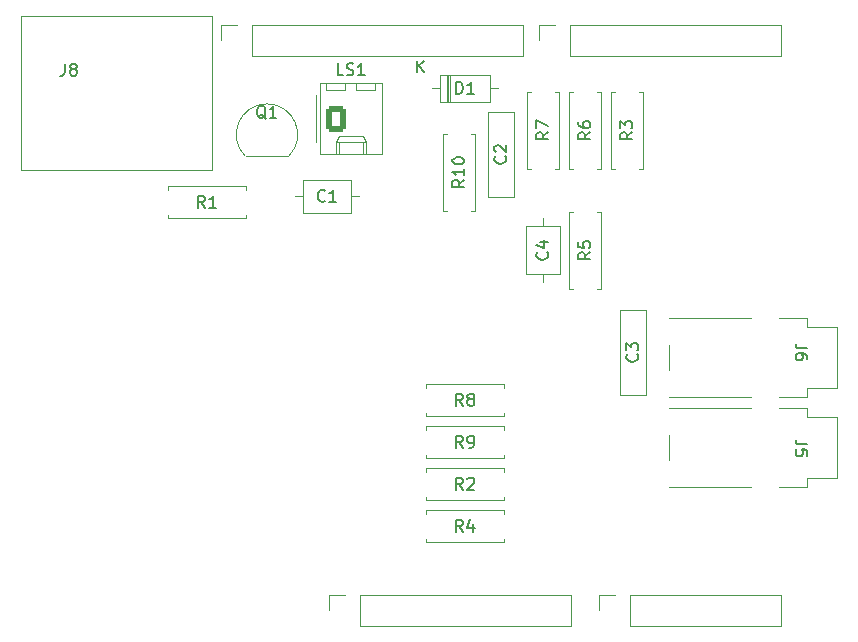
<source format=gto>
%TF.GenerationSoftware,KiCad,Pcbnew,(6.0.6)*%
%TF.CreationDate,2022-07-11T15:05:09+02:00*%
%TF.ProjectId,ZXSpectrumFPGAShield,5a585370-6563-4747-9275-6d4650474153,rev?*%
%TF.SameCoordinates,Original*%
%TF.FileFunction,Legend,Top*%
%TF.FilePolarity,Positive*%
%FSLAX46Y46*%
G04 Gerber Fmt 4.6, Leading zero omitted, Abs format (unit mm)*
G04 Created by KiCad (PCBNEW (6.0.6)) date 2022-07-11 15:05:09*
%MOMM*%
%LPD*%
G01*
G04 APERTURE LIST*
G04 Aperture macros list*
%AMRoundRect*
0 Rectangle with rounded corners*
0 $1 Rounding radius*
0 $2 $3 $4 $5 $6 $7 $8 $9 X,Y pos of 4 corners*
0 Add a 4 corners polygon primitive as box body*
4,1,4,$2,$3,$4,$5,$6,$7,$8,$9,$2,$3,0*
0 Add four circle primitives for the rounded corners*
1,1,$1+$1,$2,$3*
1,1,$1+$1,$4,$5*
1,1,$1+$1,$6,$7*
1,1,$1+$1,$8,$9*
0 Add four rect primitives between the rounded corners*
20,1,$1+$1,$2,$3,$4,$5,0*
20,1,$1+$1,$4,$5,$6,$7,0*
20,1,$1+$1,$6,$7,$8,$9,0*
20,1,$1+$1,$8,$9,$2,$3,0*%
G04 Aperture macros list end*
%ADD10C,0.150000*%
%ADD11C,0.120000*%
%ADD12C,1.600000*%
%ADD13O,1.600000X1.600000*%
%ADD14R,1.700000X1.700000*%
%ADD15O,1.700000X1.700000*%
%ADD16RoundRect,0.250000X-0.620000X-0.845000X0.620000X-0.845000X0.620000X0.845000X-0.620000X0.845000X0*%
%ADD17O,1.740000X2.190000*%
%ADD18R,1.600000X1.600000*%
%ADD19O,2.000000X3.500000*%
%ADD20O,4.000000X2.000000*%
%ADD21C,1.100000*%
%ADD22O,2.300000X1.800000*%
%ADD23O,2.300000X2.000000*%
%ADD24R,1.050000X1.500000*%
%ADD25O,1.050000X1.500000*%
%ADD26C,3.200000*%
G04 APERTURE END LIST*
D10*
%TO.C,R10*%
X138044380Y-61018857D02*
X137568190Y-61352190D01*
X138044380Y-61590285D02*
X137044380Y-61590285D01*
X137044380Y-61209333D01*
X137092000Y-61114095D01*
X137139619Y-61066476D01*
X137234857Y-61018857D01*
X137377714Y-61018857D01*
X137472952Y-61066476D01*
X137520571Y-61114095D01*
X137568190Y-61209333D01*
X137568190Y-61590285D01*
X138044380Y-60066476D02*
X138044380Y-60637904D01*
X138044380Y-60352190D02*
X137044380Y-60352190D01*
X137187238Y-60447428D01*
X137282476Y-60542666D01*
X137330095Y-60637904D01*
X137044380Y-59447428D02*
X137044380Y-59352190D01*
X137092000Y-59256952D01*
X137139619Y-59209333D01*
X137234857Y-59161714D01*
X137425333Y-59114095D01*
X137663428Y-59114095D01*
X137853904Y-59161714D01*
X137949142Y-59209333D01*
X137996761Y-59256952D01*
X138044380Y-59352190D01*
X138044380Y-59447428D01*
X137996761Y-59542666D01*
X137949142Y-59590285D01*
X137853904Y-59637904D01*
X137663428Y-59685523D01*
X137425333Y-59685523D01*
X137234857Y-59637904D01*
X137139619Y-59590285D01*
X137092000Y-59542666D01*
X137044380Y-59447428D01*
%TO.C,R9*%
X137933333Y-83688380D02*
X137600000Y-83212190D01*
X137361904Y-83688380D02*
X137361904Y-82688380D01*
X137742857Y-82688380D01*
X137838095Y-82736000D01*
X137885714Y-82783619D01*
X137933333Y-82878857D01*
X137933333Y-83021714D01*
X137885714Y-83116952D01*
X137838095Y-83164571D01*
X137742857Y-83212190D01*
X137361904Y-83212190D01*
X138409523Y-83688380D02*
X138600000Y-83688380D01*
X138695238Y-83640761D01*
X138742857Y-83593142D01*
X138838095Y-83450285D01*
X138885714Y-83259809D01*
X138885714Y-82878857D01*
X138838095Y-82783619D01*
X138790476Y-82736000D01*
X138695238Y-82688380D01*
X138504761Y-82688380D01*
X138409523Y-82736000D01*
X138361904Y-82783619D01*
X138314285Y-82878857D01*
X138314285Y-83116952D01*
X138361904Y-83212190D01*
X138409523Y-83259809D01*
X138504761Y-83307428D01*
X138695238Y-83307428D01*
X138790476Y-83259809D01*
X138838095Y-83212190D01*
X138885714Y-83116952D01*
%TO.C,R8*%
X137933333Y-80132380D02*
X137600000Y-79656190D01*
X137361904Y-80132380D02*
X137361904Y-79132380D01*
X137742857Y-79132380D01*
X137838095Y-79180000D01*
X137885714Y-79227619D01*
X137933333Y-79322857D01*
X137933333Y-79465714D01*
X137885714Y-79560952D01*
X137838095Y-79608571D01*
X137742857Y-79656190D01*
X137361904Y-79656190D01*
X138504761Y-79560952D02*
X138409523Y-79513333D01*
X138361904Y-79465714D01*
X138314285Y-79370476D01*
X138314285Y-79322857D01*
X138361904Y-79227619D01*
X138409523Y-79180000D01*
X138504761Y-79132380D01*
X138695238Y-79132380D01*
X138790476Y-79180000D01*
X138838095Y-79227619D01*
X138885714Y-79322857D01*
X138885714Y-79370476D01*
X138838095Y-79465714D01*
X138790476Y-79513333D01*
X138695238Y-79560952D01*
X138504761Y-79560952D01*
X138409523Y-79608571D01*
X138361904Y-79656190D01*
X138314285Y-79751428D01*
X138314285Y-79941904D01*
X138361904Y-80037142D01*
X138409523Y-80084761D01*
X138504761Y-80132380D01*
X138695238Y-80132380D01*
X138790476Y-80084761D01*
X138838095Y-80037142D01*
X138885714Y-79941904D01*
X138885714Y-79751428D01*
X138838095Y-79656190D01*
X138790476Y-79608571D01*
X138695238Y-79560952D01*
%TO.C,R1*%
X116089333Y-63368380D02*
X115756000Y-62892190D01*
X115517904Y-63368380D02*
X115517904Y-62368380D01*
X115898857Y-62368380D01*
X115994095Y-62416000D01*
X116041714Y-62463619D01*
X116089333Y-62558857D01*
X116089333Y-62701714D01*
X116041714Y-62796952D01*
X115994095Y-62844571D01*
X115898857Y-62892190D01*
X115517904Y-62892190D01*
X117041714Y-63368380D02*
X116470285Y-63368380D01*
X116756000Y-63368380D02*
X116756000Y-62368380D01*
X116660761Y-62511238D01*
X116565523Y-62606476D01*
X116470285Y-62654095D01*
%TO.C,LS1*%
X127805142Y-52156380D02*
X127328952Y-52156380D01*
X127328952Y-51156380D01*
X128090857Y-52108761D02*
X128233714Y-52156380D01*
X128471809Y-52156380D01*
X128567047Y-52108761D01*
X128614666Y-52061142D01*
X128662285Y-51965904D01*
X128662285Y-51870666D01*
X128614666Y-51775428D01*
X128567047Y-51727809D01*
X128471809Y-51680190D01*
X128281333Y-51632571D01*
X128186095Y-51584952D01*
X128138476Y-51537333D01*
X128090857Y-51442095D01*
X128090857Y-51346857D01*
X128138476Y-51251619D01*
X128186095Y-51204000D01*
X128281333Y-51156380D01*
X128519428Y-51156380D01*
X128662285Y-51204000D01*
X129614666Y-52156380D02*
X129043238Y-52156380D01*
X129328952Y-52156380D02*
X129328952Y-51156380D01*
X129233714Y-51299238D01*
X129138476Y-51394476D01*
X129043238Y-51442095D01*
%TO.C,R4*%
X137933333Y-90800380D02*
X137600000Y-90324190D01*
X137361904Y-90800380D02*
X137361904Y-89800380D01*
X137742857Y-89800380D01*
X137838095Y-89848000D01*
X137885714Y-89895619D01*
X137933333Y-89990857D01*
X137933333Y-90133714D01*
X137885714Y-90228952D01*
X137838095Y-90276571D01*
X137742857Y-90324190D01*
X137361904Y-90324190D01*
X138790476Y-90133714D02*
X138790476Y-90800380D01*
X138552380Y-89752761D02*
X138314285Y-90467047D01*
X138933333Y-90467047D01*
%TO.C,R6*%
X148712380Y-56986666D02*
X148236190Y-57320000D01*
X148712380Y-57558095D02*
X147712380Y-57558095D01*
X147712380Y-57177142D01*
X147760000Y-57081904D01*
X147807619Y-57034285D01*
X147902857Y-56986666D01*
X148045714Y-56986666D01*
X148140952Y-57034285D01*
X148188571Y-57081904D01*
X148236190Y-57177142D01*
X148236190Y-57558095D01*
X147712380Y-56129523D02*
X147712380Y-56320000D01*
X147760000Y-56415238D01*
X147807619Y-56462857D01*
X147950476Y-56558095D01*
X148140952Y-56605714D01*
X148521904Y-56605714D01*
X148617142Y-56558095D01*
X148664761Y-56510476D01*
X148712380Y-56415238D01*
X148712380Y-56224761D01*
X148664761Y-56129523D01*
X148617142Y-56081904D01*
X148521904Y-56034285D01*
X148283809Y-56034285D01*
X148188571Y-56081904D01*
X148140952Y-56129523D01*
X148093333Y-56224761D01*
X148093333Y-56415238D01*
X148140952Y-56510476D01*
X148188571Y-56558095D01*
X148283809Y-56605714D01*
%TO.C,C1*%
X126249333Y-62765142D02*
X126201714Y-62812761D01*
X126058857Y-62860380D01*
X125963619Y-62860380D01*
X125820761Y-62812761D01*
X125725523Y-62717523D01*
X125677904Y-62622285D01*
X125630285Y-62431809D01*
X125630285Y-62288952D01*
X125677904Y-62098476D01*
X125725523Y-62003238D01*
X125820761Y-61908000D01*
X125963619Y-61860380D01*
X126058857Y-61860380D01*
X126201714Y-61908000D01*
X126249333Y-61955619D01*
X127201714Y-62860380D02*
X126630285Y-62860380D01*
X126916000Y-62860380D02*
X126916000Y-61860380D01*
X126820761Y-62003238D01*
X126725523Y-62098476D01*
X126630285Y-62146095D01*
%TO.C,J8*%
X104238666Y-51192380D02*
X104238666Y-51906666D01*
X104191047Y-52049523D01*
X104095809Y-52144761D01*
X103952952Y-52192380D01*
X103857714Y-52192380D01*
X104857714Y-51620952D02*
X104762476Y-51573333D01*
X104714857Y-51525714D01*
X104667238Y-51430476D01*
X104667238Y-51382857D01*
X104714857Y-51287619D01*
X104762476Y-51240000D01*
X104857714Y-51192380D01*
X105048190Y-51192380D01*
X105143428Y-51240000D01*
X105191047Y-51287619D01*
X105238666Y-51382857D01*
X105238666Y-51430476D01*
X105191047Y-51525714D01*
X105143428Y-51573333D01*
X105048190Y-51620952D01*
X104857714Y-51620952D01*
X104762476Y-51668571D01*
X104714857Y-51716190D01*
X104667238Y-51811428D01*
X104667238Y-52001904D01*
X104714857Y-52097142D01*
X104762476Y-52144761D01*
X104857714Y-52192380D01*
X105048190Y-52192380D01*
X105143428Y-52144761D01*
X105191047Y-52097142D01*
X105238666Y-52001904D01*
X105238666Y-51811428D01*
X105191047Y-51716190D01*
X105143428Y-51668571D01*
X105048190Y-51620952D01*
%TO.C,J6*%
X167095619Y-75282666D02*
X166381333Y-75282666D01*
X166238476Y-75235047D01*
X166143238Y-75139809D01*
X166095619Y-74996952D01*
X166095619Y-74901714D01*
X167095619Y-76187428D02*
X167095619Y-75996952D01*
X167048000Y-75901714D01*
X167000380Y-75854095D01*
X166857523Y-75758857D01*
X166667047Y-75711238D01*
X166286095Y-75711238D01*
X166190857Y-75758857D01*
X166143238Y-75806476D01*
X166095619Y-75901714D01*
X166095619Y-76092190D01*
X166143238Y-76187428D01*
X166190857Y-76235047D01*
X166286095Y-76282666D01*
X166524190Y-76282666D01*
X166619428Y-76235047D01*
X166667047Y-76187428D01*
X166714666Y-76092190D01*
X166714666Y-75901714D01*
X166667047Y-75806476D01*
X166619428Y-75758857D01*
X166524190Y-75711238D01*
%TO.C,R7*%
X145156380Y-56986666D02*
X144680190Y-57320000D01*
X145156380Y-57558095D02*
X144156380Y-57558095D01*
X144156380Y-57177142D01*
X144204000Y-57081904D01*
X144251619Y-57034285D01*
X144346857Y-56986666D01*
X144489714Y-56986666D01*
X144584952Y-57034285D01*
X144632571Y-57081904D01*
X144680190Y-57177142D01*
X144680190Y-57558095D01*
X144156380Y-56653333D02*
X144156380Y-55986666D01*
X145156380Y-56415238D01*
%TO.C,C2*%
X141505142Y-59018666D02*
X141552761Y-59066285D01*
X141600380Y-59209142D01*
X141600380Y-59304380D01*
X141552761Y-59447238D01*
X141457523Y-59542476D01*
X141362285Y-59590095D01*
X141171809Y-59637714D01*
X141028952Y-59637714D01*
X140838476Y-59590095D01*
X140743238Y-59542476D01*
X140648000Y-59447238D01*
X140600380Y-59304380D01*
X140600380Y-59209142D01*
X140648000Y-59066285D01*
X140695619Y-59018666D01*
X140695619Y-58637714D02*
X140648000Y-58590095D01*
X140600380Y-58494857D01*
X140600380Y-58256761D01*
X140648000Y-58161523D01*
X140695619Y-58113904D01*
X140790857Y-58066285D01*
X140886095Y-58066285D01*
X141028952Y-58113904D01*
X141600380Y-58685333D01*
X141600380Y-58066285D01*
%TO.C,D1*%
X137361904Y-53716380D02*
X137361904Y-52716380D01*
X137600000Y-52716380D01*
X137742857Y-52764000D01*
X137838095Y-52859238D01*
X137885714Y-52954476D01*
X137933333Y-53144952D01*
X137933333Y-53287809D01*
X137885714Y-53478285D01*
X137838095Y-53573523D01*
X137742857Y-53668761D01*
X137600000Y-53716380D01*
X137361904Y-53716380D01*
X138885714Y-53716380D02*
X138314285Y-53716380D01*
X138600000Y-53716380D02*
X138600000Y-52716380D01*
X138504761Y-52859238D01*
X138409523Y-52954476D01*
X138314285Y-53002095D01*
X134028095Y-51916380D02*
X134028095Y-50916380D01*
X134599523Y-51916380D02*
X134170952Y-51344952D01*
X134599523Y-50916380D02*
X134028095Y-51487809D01*
%TO.C,Q1*%
X121240761Y-55843619D02*
X121145523Y-55796000D01*
X121050285Y-55700761D01*
X120907428Y-55557904D01*
X120812190Y-55510285D01*
X120716952Y-55510285D01*
X120764571Y-55748380D02*
X120669333Y-55700761D01*
X120574095Y-55605523D01*
X120526476Y-55415047D01*
X120526476Y-55081714D01*
X120574095Y-54891238D01*
X120669333Y-54796000D01*
X120764571Y-54748380D01*
X120955047Y-54748380D01*
X121050285Y-54796000D01*
X121145523Y-54891238D01*
X121193142Y-55081714D01*
X121193142Y-55415047D01*
X121145523Y-55605523D01*
X121050285Y-55700761D01*
X120955047Y-55748380D01*
X120764571Y-55748380D01*
X122145523Y-55748380D02*
X121574095Y-55748380D01*
X121859809Y-55748380D02*
X121859809Y-54748380D01*
X121764571Y-54891238D01*
X121669333Y-54986476D01*
X121574095Y-55034095D01*
%TO.C,R2*%
X137933333Y-87244380D02*
X137600000Y-86768190D01*
X137361904Y-87244380D02*
X137361904Y-86244380D01*
X137742857Y-86244380D01*
X137838095Y-86292000D01*
X137885714Y-86339619D01*
X137933333Y-86434857D01*
X137933333Y-86577714D01*
X137885714Y-86672952D01*
X137838095Y-86720571D01*
X137742857Y-86768190D01*
X137361904Y-86768190D01*
X138314285Y-86339619D02*
X138361904Y-86292000D01*
X138457142Y-86244380D01*
X138695238Y-86244380D01*
X138790476Y-86292000D01*
X138838095Y-86339619D01*
X138885714Y-86434857D01*
X138885714Y-86530095D01*
X138838095Y-86672952D01*
X138266666Y-87244380D01*
X138885714Y-87244380D01*
%TO.C,R5*%
X148712380Y-67146666D02*
X148236190Y-67480000D01*
X148712380Y-67718095D02*
X147712380Y-67718095D01*
X147712380Y-67337142D01*
X147760000Y-67241904D01*
X147807619Y-67194285D01*
X147902857Y-67146666D01*
X148045714Y-67146666D01*
X148140952Y-67194285D01*
X148188571Y-67241904D01*
X148236190Y-67337142D01*
X148236190Y-67718095D01*
X147712380Y-66241904D02*
X147712380Y-66718095D01*
X148188571Y-66765714D01*
X148140952Y-66718095D01*
X148093333Y-66622857D01*
X148093333Y-66384761D01*
X148140952Y-66289523D01*
X148188571Y-66241904D01*
X148283809Y-66194285D01*
X148521904Y-66194285D01*
X148617142Y-66241904D01*
X148664761Y-66289523D01*
X148712380Y-66384761D01*
X148712380Y-66622857D01*
X148664761Y-66718095D01*
X148617142Y-66765714D01*
%TO.C,C3*%
X152681142Y-75782666D02*
X152728761Y-75830285D01*
X152776380Y-75973142D01*
X152776380Y-76068380D01*
X152728761Y-76211238D01*
X152633523Y-76306476D01*
X152538285Y-76354095D01*
X152347809Y-76401714D01*
X152204952Y-76401714D01*
X152014476Y-76354095D01*
X151919238Y-76306476D01*
X151824000Y-76211238D01*
X151776380Y-76068380D01*
X151776380Y-75973142D01*
X151824000Y-75830285D01*
X151871619Y-75782666D01*
X151776380Y-75449333D02*
X151776380Y-74830285D01*
X152157333Y-75163619D01*
X152157333Y-75020761D01*
X152204952Y-74925523D01*
X152252571Y-74877904D01*
X152347809Y-74830285D01*
X152585904Y-74830285D01*
X152681142Y-74877904D01*
X152728761Y-74925523D01*
X152776380Y-75020761D01*
X152776380Y-75306476D01*
X152728761Y-75401714D01*
X152681142Y-75449333D01*
%TO.C,C4*%
X145061142Y-67146666D02*
X145108761Y-67194285D01*
X145156380Y-67337142D01*
X145156380Y-67432380D01*
X145108761Y-67575238D01*
X145013523Y-67670476D01*
X144918285Y-67718095D01*
X144727809Y-67765714D01*
X144584952Y-67765714D01*
X144394476Y-67718095D01*
X144299238Y-67670476D01*
X144204000Y-67575238D01*
X144156380Y-67432380D01*
X144156380Y-67337142D01*
X144204000Y-67194285D01*
X144251619Y-67146666D01*
X144489714Y-66289523D02*
X145156380Y-66289523D01*
X144108761Y-66527619D02*
X144823047Y-66765714D01*
X144823047Y-66146666D01*
%TO.C,J5*%
X167095619Y-83410666D02*
X166381333Y-83410666D01*
X166238476Y-83363047D01*
X166143238Y-83267809D01*
X166095619Y-83124952D01*
X166095619Y-83029714D01*
X167095619Y-84363047D02*
X167095619Y-83886857D01*
X166619428Y-83839238D01*
X166667047Y-83886857D01*
X166714666Y-83982095D01*
X166714666Y-84220190D01*
X166667047Y-84315428D01*
X166619428Y-84363047D01*
X166524190Y-84410666D01*
X166286095Y-84410666D01*
X166190857Y-84363047D01*
X166143238Y-84315428D01*
X166095619Y-84220190D01*
X166095619Y-83982095D01*
X166143238Y-83886857D01*
X166190857Y-83839238D01*
%TO.C,R3*%
X152268380Y-56986666D02*
X151792190Y-57320000D01*
X152268380Y-57558095D02*
X151268380Y-57558095D01*
X151268380Y-57177142D01*
X151316000Y-57081904D01*
X151363619Y-57034285D01*
X151458857Y-56986666D01*
X151601714Y-56986666D01*
X151696952Y-57034285D01*
X151744571Y-57081904D01*
X151792190Y-57177142D01*
X151792190Y-57558095D01*
X151268380Y-56653333D02*
X151268380Y-56034285D01*
X151649333Y-56367619D01*
X151649333Y-56224761D01*
X151696952Y-56129523D01*
X151744571Y-56081904D01*
X151839809Y-56034285D01*
X152077904Y-56034285D01*
X152173142Y-56081904D01*
X152220761Y-56129523D01*
X152268380Y-56224761D01*
X152268380Y-56510476D01*
X152220761Y-56605714D01*
X152173142Y-56653333D01*
D11*
%TO.C,R10*%
X138962000Y-57106000D02*
X138632000Y-57106000D01*
X136222000Y-63646000D02*
X136222000Y-57106000D01*
X138962000Y-63646000D02*
X138962000Y-57106000D01*
X138632000Y-63646000D02*
X138962000Y-63646000D01*
X136552000Y-63646000D02*
X136222000Y-63646000D01*
X136222000Y-57106000D02*
X136552000Y-57106000D01*
%TO.C,R9*%
X141370000Y-84606000D02*
X141370000Y-84276000D01*
X134830000Y-81866000D02*
X141370000Y-81866000D01*
X134830000Y-84606000D02*
X141370000Y-84606000D01*
X134830000Y-84276000D02*
X134830000Y-84606000D01*
X134830000Y-82196000D02*
X134830000Y-81866000D01*
X141370000Y-81866000D02*
X141370000Y-82196000D01*
%TO.C,R8*%
X141370000Y-81050000D02*
X141370000Y-80720000D01*
X134830000Y-78310000D02*
X141370000Y-78310000D01*
X134830000Y-81050000D02*
X141370000Y-81050000D01*
X134830000Y-80720000D02*
X134830000Y-81050000D01*
X134830000Y-78640000D02*
X134830000Y-78310000D01*
X141370000Y-78310000D02*
X141370000Y-78640000D01*
%TO.C,J1*%
X147050000Y-98790000D02*
X147050000Y-96130000D01*
X129210000Y-96130000D02*
X147050000Y-96130000D01*
X129210000Y-98790000D02*
X129210000Y-96130000D01*
X126610000Y-97460000D02*
X126610000Y-96130000D01*
X126610000Y-96130000D02*
X127940000Y-96130000D01*
X129210000Y-98790000D02*
X147050000Y-98790000D01*
%TO.C,J3*%
X152070000Y-96130000D02*
X164830000Y-96130000D01*
X149470000Y-97460000D02*
X149470000Y-96130000D01*
X152070000Y-98790000D02*
X152070000Y-96130000D01*
X152070000Y-98790000D02*
X164830000Y-98790000D01*
X164830000Y-98790000D02*
X164830000Y-96130000D01*
X149470000Y-96130000D02*
X150800000Y-96130000D01*
%TO.C,J2*%
X142986000Y-50530000D02*
X142986000Y-47870000D01*
X120066000Y-50530000D02*
X142986000Y-50530000D01*
X117466000Y-47870000D02*
X118796000Y-47870000D01*
X117466000Y-49200000D02*
X117466000Y-47870000D01*
X120066000Y-47870000D02*
X142986000Y-47870000D01*
X120066000Y-50530000D02*
X120066000Y-47870000D01*
%TO.C,J4*%
X164830000Y-50530000D02*
X164830000Y-47870000D01*
X146990000Y-50530000D02*
X164830000Y-50530000D01*
X144390000Y-49200000D02*
X144390000Y-47870000D01*
X146990000Y-50530000D02*
X146990000Y-47870000D01*
X144390000Y-47870000D02*
X145720000Y-47870000D01*
X146990000Y-47870000D02*
X164830000Y-47870000D01*
%TO.C,R1*%
X112986000Y-63956000D02*
X112986000Y-64286000D01*
X112986000Y-64286000D02*
X119526000Y-64286000D01*
X112986000Y-61546000D02*
X119526000Y-61546000D01*
X119526000Y-64286000D02*
X119526000Y-63956000D01*
X119526000Y-61546000D02*
X119526000Y-61876000D01*
X112986000Y-61876000D02*
X112986000Y-61546000D01*
%TO.C,LS1*%
X127978000Y-53394000D02*
X127978000Y-52794000D01*
X127428000Y-57284000D02*
X129468000Y-57284000D01*
X129718000Y-57814000D02*
X129718000Y-58814000D01*
X130518000Y-53394000D02*
X130518000Y-52794000D01*
X131098000Y-52794000D02*
X125798000Y-52794000D01*
X129468000Y-57284000D02*
X129718000Y-57814000D01*
X125798000Y-52794000D02*
X125798000Y-58814000D01*
X126378000Y-53394000D02*
X127978000Y-53394000D01*
X125798000Y-58814000D02*
X131098000Y-58814000D01*
X127178000Y-57814000D02*
X129718000Y-57814000D01*
X131098000Y-58814000D02*
X131098000Y-52794000D01*
X127178000Y-57814000D02*
X127428000Y-57284000D01*
X126378000Y-52794000D02*
X126378000Y-53394000D01*
X128918000Y-52794000D02*
X128918000Y-53394000D01*
X127428000Y-58814000D02*
X127428000Y-57814000D01*
X125508000Y-53824000D02*
X125508000Y-57824000D01*
X129468000Y-58814000D02*
X129468000Y-57814000D01*
X128918000Y-53394000D02*
X130518000Y-53394000D01*
X127178000Y-58814000D02*
X127178000Y-57814000D01*
%TO.C,R4*%
X141370000Y-91718000D02*
X141370000Y-91388000D01*
X134830000Y-89308000D02*
X134830000Y-88978000D01*
X141370000Y-88978000D02*
X141370000Y-89308000D01*
X134830000Y-91388000D02*
X134830000Y-91718000D01*
X134830000Y-88978000D02*
X141370000Y-88978000D01*
X134830000Y-91718000D02*
X141370000Y-91718000D01*
%TO.C,R6*%
X149630000Y-53550000D02*
X149300000Y-53550000D01*
X149300000Y-60090000D02*
X149630000Y-60090000D01*
X147220000Y-60090000D02*
X146890000Y-60090000D01*
X149630000Y-60090000D02*
X149630000Y-53550000D01*
X146890000Y-53550000D02*
X147220000Y-53550000D01*
X146890000Y-60090000D02*
X146890000Y-53550000D01*
%TO.C,C1*%
X124396000Y-63828000D02*
X128436000Y-63828000D01*
X124396000Y-60988000D02*
X124396000Y-63828000D01*
X128436000Y-60988000D02*
X124396000Y-60988000D01*
X128436000Y-63828000D02*
X128436000Y-60988000D01*
X123706000Y-62408000D02*
X124396000Y-62408000D01*
X129126000Y-62408000D02*
X128436000Y-62408000D01*
%TO.C,J8*%
X116726000Y-60147000D02*
X116726000Y-47147000D01*
X116726000Y-47147000D02*
X100526000Y-47147000D01*
X116726000Y-60147000D02*
X100526000Y-60147000D01*
X100526000Y-60147000D02*
X100526000Y-47147000D01*
%TO.C,J6*%
X167100000Y-78680000D02*
X167100000Y-79430000D01*
X169600000Y-73480000D02*
X169600000Y-78680000D01*
X167100000Y-79430000D02*
X164650000Y-79430000D01*
X167100000Y-73480000D02*
X167100000Y-72730000D01*
X162350000Y-72730000D02*
X155400000Y-72730000D01*
X169600000Y-73480000D02*
X167100000Y-73480000D01*
X155400000Y-75030000D02*
X155400000Y-77130000D01*
X169600000Y-78680000D02*
X167100000Y-78680000D01*
X167100000Y-72730000D02*
X164650000Y-72730000D01*
X162350000Y-79430000D02*
X155400000Y-79430000D01*
%TO.C,R7*%
X143334000Y-60090000D02*
X143334000Y-53550000D01*
X146074000Y-53550000D02*
X145744000Y-53550000D01*
X146074000Y-60090000D02*
X146074000Y-53550000D01*
X143334000Y-53550000D02*
X143664000Y-53550000D01*
X145744000Y-60090000D02*
X146074000Y-60090000D01*
X143664000Y-60090000D02*
X143334000Y-60090000D01*
%TO.C,C2*%
X140028000Y-62472000D02*
X140028000Y-55232000D01*
X142268000Y-62472000D02*
X142268000Y-55232000D01*
X140028000Y-55232000D02*
X142268000Y-55232000D01*
X140028000Y-62472000D02*
X142268000Y-62472000D01*
%TO.C,D1*%
X135330000Y-53264000D02*
X135980000Y-53264000D01*
X136820000Y-52144000D02*
X136820000Y-54384000D01*
X136700000Y-52144000D02*
X136700000Y-54384000D01*
X140220000Y-52144000D02*
X135980000Y-52144000D01*
X135980000Y-54384000D02*
X140220000Y-54384000D01*
X136580000Y-52144000D02*
X136580000Y-54384000D01*
X140220000Y-54384000D02*
X140220000Y-52144000D01*
X140870000Y-53264000D02*
X140220000Y-53264000D01*
X135980000Y-52144000D02*
X135980000Y-54384000D01*
%TO.C,Q1*%
X119536000Y-59030000D02*
X123136000Y-59030000D01*
X123174478Y-59018478D02*
G75*
G03*
X121336000Y-54580000I-1838478J1838478D01*
G01*
X121336000Y-54579999D02*
G75*
G03*
X119497522Y-59018478I0J-2600001D01*
G01*
%TO.C,R2*%
X141370000Y-85422000D02*
X134830000Y-85422000D01*
X141370000Y-88162000D02*
X134830000Y-88162000D01*
X134830000Y-85422000D02*
X134830000Y-85752000D01*
X141370000Y-85752000D02*
X141370000Y-85422000D01*
X141370000Y-87832000D02*
X141370000Y-88162000D01*
X134830000Y-88162000D02*
X134830000Y-87832000D01*
%TO.C,R5*%
X147220000Y-70250000D02*
X146890000Y-70250000D01*
X146890000Y-63710000D02*
X147220000Y-63710000D01*
X149630000Y-70250000D02*
X149630000Y-63710000D01*
X146890000Y-70250000D02*
X146890000Y-63710000D01*
X149300000Y-70250000D02*
X149630000Y-70250000D01*
X149630000Y-63710000D02*
X149300000Y-63710000D01*
%TO.C,C3*%
X151204000Y-79236000D02*
X151204000Y-71996000D01*
X151204000Y-71996000D02*
X153444000Y-71996000D01*
X151204000Y-79236000D02*
X153444000Y-79236000D01*
X153444000Y-79236000D02*
X153444000Y-71996000D01*
%TO.C,C4*%
X146124000Y-64960000D02*
X143284000Y-64960000D01*
X143284000Y-69000000D02*
X146124000Y-69000000D01*
X144704000Y-64270000D02*
X144704000Y-64960000D01*
X143284000Y-64960000D02*
X143284000Y-69000000D01*
X144704000Y-69690000D02*
X144704000Y-69000000D01*
X146124000Y-69000000D02*
X146124000Y-64960000D01*
%TO.C,J5*%
X162350000Y-80350000D02*
X155400000Y-80350000D01*
X167100000Y-80350000D02*
X164650000Y-80350000D01*
X169600000Y-86300000D02*
X167100000Y-86300000D01*
X162350000Y-87050000D02*
X155400000Y-87050000D01*
X167100000Y-81100000D02*
X167100000Y-80350000D01*
X155400000Y-82650000D02*
X155400000Y-84750000D01*
X167100000Y-87050000D02*
X164650000Y-87050000D01*
X169600000Y-81100000D02*
X167100000Y-81100000D01*
X167100000Y-86300000D02*
X167100000Y-87050000D01*
X169600000Y-81100000D02*
X169600000Y-86300000D01*
%TO.C,R3*%
X153186000Y-53550000D02*
X152856000Y-53550000D01*
X150446000Y-53550000D02*
X150776000Y-53550000D01*
X152856000Y-60090000D02*
X153186000Y-60090000D01*
X150446000Y-60090000D02*
X150446000Y-53550000D01*
X150776000Y-60090000D02*
X150446000Y-60090000D01*
X153186000Y-60090000D02*
X153186000Y-53550000D01*
%TD*%
%LPC*%
D12*
%TO.C,R10*%
X137592000Y-64186000D03*
D13*
X137592000Y-56566000D03*
%TD*%
D12*
%TO.C,R9*%
X134290000Y-83236000D03*
D13*
X141910000Y-83236000D03*
%TD*%
D12*
%TO.C,R8*%
X134290000Y-79680000D03*
D13*
X141910000Y-79680000D03*
%TD*%
D14*
%TO.C,J1*%
X127940000Y-97460000D03*
D15*
X130480000Y-97460000D03*
X133020000Y-97460000D03*
X135560000Y-97460000D03*
X138100000Y-97460000D03*
X140640000Y-97460000D03*
X143180000Y-97460000D03*
X145720000Y-97460000D03*
%TD*%
D14*
%TO.C,J3*%
X150800000Y-97460000D03*
D15*
X153340000Y-97460000D03*
X155880000Y-97460000D03*
X158420000Y-97460000D03*
X160960000Y-97460000D03*
X163500000Y-97460000D03*
%TD*%
D14*
%TO.C,J2*%
X118796000Y-49200000D03*
D15*
X121336000Y-49200000D03*
X123876000Y-49200000D03*
X126416000Y-49200000D03*
X128956000Y-49200000D03*
X131496000Y-49200000D03*
X134036000Y-49200000D03*
X136576000Y-49200000D03*
X139116000Y-49200000D03*
X141656000Y-49200000D03*
%TD*%
D14*
%TO.C,J4*%
X145720000Y-49200000D03*
D15*
X148260000Y-49200000D03*
X150800000Y-49200000D03*
X153340000Y-49200000D03*
X155880000Y-49200000D03*
X158420000Y-49200000D03*
X160960000Y-49200000D03*
X163500000Y-49200000D03*
%TD*%
D12*
%TO.C,R1*%
X112446000Y-62916000D03*
D13*
X120066000Y-62916000D03*
%TD*%
D16*
%TO.C,LS1*%
X127178000Y-55824000D03*
D17*
X129718000Y-55824000D03*
%TD*%
D12*
%TO.C,R4*%
X134290000Y-90348000D03*
D13*
X141910000Y-90348000D03*
%TD*%
D12*
%TO.C,R6*%
X148260000Y-60630000D03*
D13*
X148260000Y-53010000D03*
%TD*%
D12*
%TO.C,C1*%
X122666000Y-62408000D03*
D13*
X130166000Y-62408000D03*
%TD*%
D18*
%TO.C,J8*%
X107326000Y-55747000D03*
D12*
X109926000Y-55747000D03*
X105226000Y-55747000D03*
X112026000Y-55747000D03*
X105226000Y-58547000D03*
X112026000Y-58547000D03*
D19*
X101776000Y-52897000D03*
X115476000Y-52897000D03*
D20*
X108626000Y-52097000D03*
%TD*%
D21*
%TO.C,J6*%
X160000000Y-73580000D03*
X160000000Y-78580000D03*
D22*
X156000000Y-78380000D03*
X156000000Y-73780000D03*
D23*
X163500000Y-78830000D03*
X163500000Y-73330000D03*
%TD*%
D12*
%TO.C,R7*%
X144704000Y-60630000D03*
D13*
X144704000Y-53010000D03*
%TD*%
D12*
%TO.C,C2*%
X141148000Y-61352000D03*
X141148000Y-56352000D03*
%TD*%
D18*
%TO.C,D1*%
X134290000Y-53264000D03*
D13*
X141910000Y-53264000D03*
%TD*%
D24*
%TO.C,Q1*%
X120066000Y-57180000D03*
D25*
X121336000Y-57180000D03*
X122606000Y-57180000D03*
%TD*%
D12*
%TO.C,R2*%
X141910000Y-86792000D03*
D13*
X134290000Y-86792000D03*
%TD*%
D12*
%TO.C,R5*%
X148260000Y-70790000D03*
D13*
X148260000Y-63170000D03*
%TD*%
D12*
%TO.C,C3*%
X152324000Y-78116000D03*
X152324000Y-73116000D03*
%TD*%
%TO.C,C4*%
X144704000Y-70730000D03*
D13*
X144704000Y-63230000D03*
%TD*%
D21*
%TO.C,J5*%
X160000000Y-86200000D03*
X160000000Y-81200000D03*
D22*
X156000000Y-86000000D03*
X156000000Y-81400000D03*
D23*
X163500000Y-80950000D03*
X163500000Y-86450000D03*
%TD*%
D26*
%TO.C,MH2*%
X113970000Y-97460000D03*
%TD*%
D13*
%TO.C,R3*%
X151816000Y-53010000D03*
D12*
X151816000Y-60630000D03*
%TD*%
D26*
%TO.C,MH3*%
X166040000Y-64440000D03*
%TD*%
%TO.C,MH4*%
X166040000Y-92380000D03*
%TD*%
M02*

</source>
